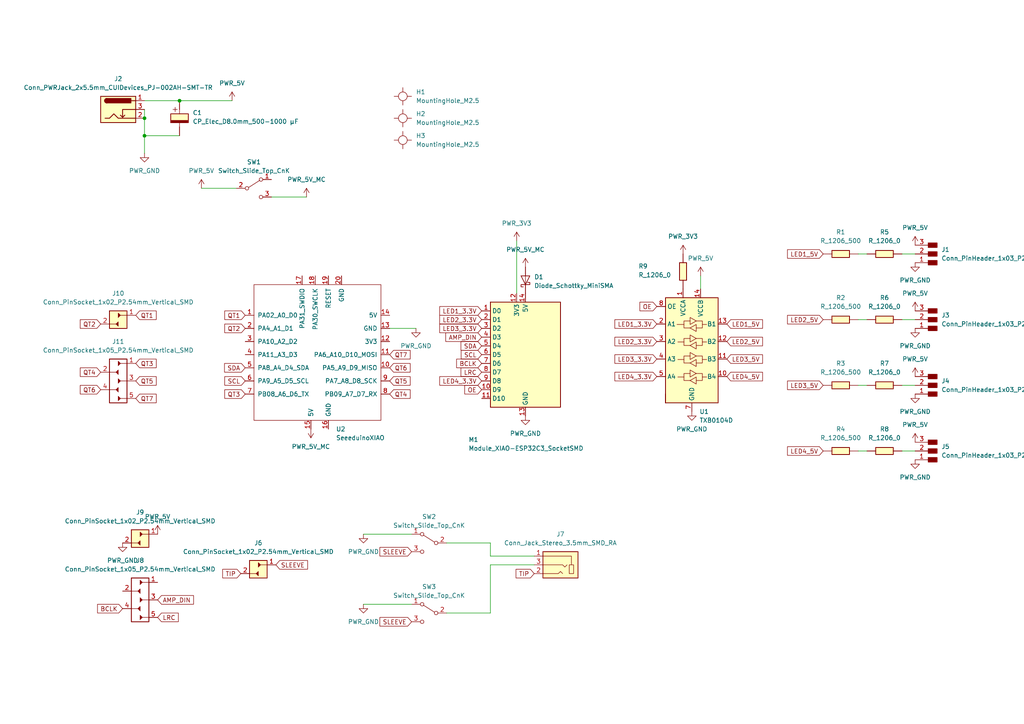
<source format=kicad_sch>
(kicad_sch (version 20231120) (generator "eeschema") (generator_version "8.0")
  (paper "A4")
  (lib_symbols
    (symbol "Logic_LevelTranslator:TXB0104D"
      (property "Reference" "U" (at -6.35 16.51 0))
      (property "Value" "TXB0104D" (at 3.81 16.51 0))
      (symbol "TXB0104D_0_1"
        (rectangle (start -7.62 -15.24) (end -7.62 -12.7) (stroke (width 0.254)))
        (rectangle (start -7.62 15.24) (end 7.62 -15.24) (stroke (width 0.254)) (fill (type background)))
        (polyline (pts (xy -2.286 -7.747) (xy -2.286 -6.731) (xy -0.508 -6.731)))
        (polyline (pts (xy -2.286 -2.667) (xy -2.286 -1.651) (xy -0.508 -1.651)))
        (polyline (pts (xy -2.286 2.413) (xy -2.286 3.429) (xy -0.508 3.429)))
        (polyline (pts (xy -2.286 7.493) (xy -2.286 8.509) (xy -0.508 8.509)))
        (polyline (pts (xy 3.048 -7.747) (xy 3.048 -8.763) (xy 1.27 -8.763)))
        (polyline (pts (xy 3.048 -2.667) (xy 3.048 -3.683) (xy 1.27 -3.683)))
        (polyline (pts (xy 3.048 2.413) (xy 3.048 1.397) (xy 1.27 1.397)))
        (polyline (pts (xy 3.048 7.493) (xy 3.048 6.477) (xy 1.27 6.477)))
        (polyline (pts (xy -0.508 -8.763) (xy -2.286 -8.763) (xy -2.286 -7.747) (xy -4.064 -7.747)))
        (polyline (pts (xy -0.508 -8.763) (xy 1.27 -7.747) (xy 1.27 -9.779) (xy -0.508 -8.763)))
        (polyline (pts (xy -0.508 -3.683) (xy -2.286 -3.683) (xy -2.286 -2.667) (xy -4.064 -2.667)))
        (polyline (pts (xy -0.508 -3.683) (xy 1.27 -2.667) (xy 1.27 -4.699) (xy -0.508 -3.683)))
        (polyline (pts (xy -0.508 1.397) (xy -2.286 1.397) (xy -2.286 2.413) (xy -4.064 2.413)))
        (polyline (pts (xy -0.508 1.397) (xy 1.27 2.413) (xy 1.27 0.381) (xy -0.508 1.397)))
        (polyline (pts (xy -0.508 6.477) (xy -2.286 6.477) (xy -2.286 7.493) (xy -4.318 7.493)))
        (polyline (pts (xy -0.508 6.477) (xy 1.27 7.493) (xy 1.27 5.461) (xy -0.508 6.477)))
        (polyline (pts (xy 1.27 -6.731) (xy -0.508 -7.747) (xy -0.508 -5.715) (xy 1.27 -6.731)))
        (polyline (pts (xy 1.27 -6.731) (xy 3.048 -6.731) (xy 3.048 -7.747) (xy 4.318 -7.747)))
        (polyline (pts (xy 1.27 -1.651) (xy -0.508 -2.667) (xy -0.508 -0.635) (xy 1.27 -1.651)))
        (polyline (pts (xy 1.27 -1.651) (xy 3.048 -1.651) (xy 3.048 -2.667) (xy 4.318 -2.667)))
        (polyline (pts (xy 1.27 3.429) (xy -0.508 2.413) (xy -0.508 4.445) (xy 1.27 3.429)))
        (polyline (pts (xy 1.27 3.429) (xy 3.048 3.429) (xy 3.048 2.413) (xy 4.318 2.413)))
        (polyline (pts (xy 1.27 8.509) (xy -0.508 7.493) (xy -0.508 9.525) (xy 1.27 8.509)))
        (polyline (pts (xy 1.27 8.509) (xy 3.048 8.509) (xy 3.048 7.493) (xy 4.318 7.493)))
      )
      (symbol "TXB0104D_1_1"
        (pin power_in line (at -2.54 17.78 270) (length 2.54) (name "VCCA") (number "1"))
        (pin bidirectional line (at 10.16 -7.62 180) (length 2.54) (name "B4") (number "10"))
        (pin bidirectional line (at 10.16 -2.54 180) (length 2.54) (name "B3") (number "11"))
        (pin bidirectional line (at 10.16 2.54 180) (length 2.54) (name "B2") (number "12"))
        (pin bidirectional line (at 10.16 7.62 180) (length 2.54) (name "B1") (number "13"))
        (pin power_in line (at 2.54 17.78 270) (length 2.54) (name "VCCB") (number "14"))
        (pin bidirectional line (at -10.16 7.62 0) (length 2.54) (name "A1") (number "2"))
        (pin bidirectional line (at -10.16 2.54 0) (length 2.54) (name "A2") (number "3"))
        (pin bidirectional line (at -10.16 -2.54 0) (length 2.54) (name "A3") (number "4"))
        (pin bidirectional line (at -10.16 -7.62 0) (length 2.54) (name "A4") (number "5"))
        (pin no_connect line (at -7.62 -12.7 0) (length 2.54) hide (name "NC") (number "6"))
        (pin power_in line (at 0 -17.78 90) (length 2.54) (name "GND") (number "7"))
        (pin input line (at -10.16 12.7 0) (length 2.54) (name "OE") (number "8"))
        (pin no_connect line (at 7.62 -12.7 180) (length 2.54) hide (name "NC") (number "9"))
      )
    )
    (symbol "Seeeduino XIAO:SeeeduinoXIAO" (pin_names (offset 1.016))
      (property "Reference" "U" (at -19.05 22.86 0))
      (property "Value" "SeeeduinoXIAO" (at -12.7 21.59 0))
      (symbol "SeeeduinoXIAO_0_1"
        (rectangle (start -19.05 20.32) (end 17.78 -19.05))
      )
      (symbol "SeeeduinoXIAO_1_1"
        (pin unspecified line (at -21.59 11.43 0) (length 2.54) (name "PA02_A0_D0") (number "1"))
        (pin unspecified line (at 20.32 -3.81 180) (length 2.54) (name "PA5_A9_D9_MISO") (number "10"))
        (pin unspecified line (at 20.32 0 180) (length 2.54) (name "PA6_A10_D10_MOSI") (number "11"))
        (pin unspecified line (at 20.32 3.81 180) (length 2.54) (name "3V3") (number "12"))
        (pin unspecified line (at 20.32 7.62 180) (length 2.54) (name "GND") (number "13"))
        (pin unspecified line (at 20.32 11.43 180) (length 2.54) (name "5V") (number "14"))
        (pin input line (at -2.54 -21.59 90) (length 2.54) (name "5V") (number "15"))
        (pin input line (at 2.54 -21.59 90) (length 2.54) (name "GND") (number "16"))
        (pin input line (at -5.08 22.86 270) (length 2.54) (name "PA31_SWDIO") (number "17"))
        (pin input line (at -1.27 22.86 270) (length 2.54) (name "PA30_SWCLK") (number "18"))
        (pin input line (at 2.54 22.86 270) (length 2.54) (name "RESET") (number "19"))
        (pin unspecified line (at -21.59 7.62 0) (length 2.54) (name "PA4_A1_D1") (number "2"))
        (pin input line (at 6.35 22.86 270) (length 2.54) (name "GND") (number "20"))
        (pin unspecified line (at -21.59 3.81 0) (length 2.54) (name "PA10_A2_D2") (number "3"))
        (pin unspecified line (at -21.59 0 0) (length 2.54) (name "PA11_A3_D3") (number "4"))
        (pin unspecified line (at -21.59 -3.81 0) (length 2.54) (name "PA8_A4_D4_SDA") (number "5"))
        (pin unspecified line (at -21.59 -7.62 0) (length 2.54) (name "PA9_A5_D5_SCL") (number "6"))
        (pin unspecified line (at -21.59 -11.43 0) (length 2.54) (name "PB08_A6_D6_TX") (number "7"))
        (pin unspecified line (at 20.32 -11.43 180) (length 2.54) (name "PB09_A7_D7_RX") (number "8"))
        (pin unspecified line (at 20.32 -7.62 180) (length 2.54) (name "PA7_A8_D8_SCK") (number "9"))
      )
    )
    (symbol "fab:CP_Elec_D8.0mm" (pin_numbers hide)
      (property "Reference" "C" (at 1.27 2.54 0))
      (property "Value" "CP_Elec_D8.0mm" (at 1.27 -2.54 0))
      (symbol "CP_Elec_D8.0mm_0_1"
        (rectangle (start -2.54 -0.635) (end 2.54 -1.27) (fill (type outline)))
        (polyline (pts (xy -1.27 1.905) (xy -1.27 3.175)))
        (polyline (pts (xy -0.635 2.54) (xy -1.905 2.54)))
        (polyline (pts (xy 0 -1.27) (xy 0 -2.54)))
        (polyline (pts (xy 0 2.54) (xy 0 1.27)))
        (polyline (pts (xy -2.54 -1.27) (xy -2.54 1.27) (xy 2.54 1.27) (xy 2.54 -1.27) (xy -2.54 -1.27)) (stroke (width 0.254)) (fill (type background)))
      )
      (symbol "CP_Elec_D8.0mm_1_1"
        (pin passive line (at 0 5.08 270) (length 2.54) (name "~") (number "1"))
        (pin passive line (at 0 -5.08 90) (length 2.54) (name "~") (number "2"))
      )
    )
    (symbol "fab:Conn_Jack_Stereo_3.5mm_SMD_RA"
      (property "Reference" "J" (at 0 0 0))
      (property "Value" "Conn_Jack_Stereo_3.5mm_SMD_RA" (at 0 0 0))
      (symbol "Conn_Jack_Stereo_3.5mm_SMD_RA_0_1"
        (rectangle (start -5.08 3.81) (end 5.08 -3.81) (stroke (width 0.254)) (fill (type background)))
        (polyline (pts (xy 5.08 -2.54) (xy 0.635 -2.54) (xy 0 -1.905) (xy -0.635 -2.54)))
        (polyline (pts (xy 5.08 0) (xy -0.635 0) (xy -1.27 -0.635) (xy -1.905 0)))
        (polyline (pts (xy 5.08 2.54) (xy -3.175 2.54) (xy -3.175 0) (xy -3.81 0) (xy -3.81 -2.54) (xy -2.54 -2.54) (xy -2.54 0) (xy -3.175 0)))
      )
      (symbol "Conn_Jack_Stereo_3.5mm_SMD_RA_1_1"
        (pin passive line (at 7.62 2.54 180) (length 2.54) (name "") (number "1"))
        (pin passive line (at 7.62 -2.54 180) (length 2.54) (name "") (number "2"))
        (pin passive line (at 7.62 0 180) (length 2.54) (name "") (number "3"))
      )
    )
    (symbol "fab:Conn_PWRJack_2x5.5mm_CUIDevices_PJ-002AH-SMT-TR" (pin_names hide)
      (property "Reference" "J" (at 0 5.334 0))
      (property "Value" "Conn_PWRJack_2x5.5mm_CUIDevices_PJ-002AH-SMT-TR" (at 0 -5.08 0))
      (symbol "Conn_PWRJack_2x5.5mm_CUIDevices_PJ-002AH-SMT-TR_0_1"
        (rectangle (start -5.08 3.81) (end 5.08 -3.81) (stroke (width 0.254)) (fill (type background)))
        (arc (start -3.302 3.175) (mid -3.9343 2.54) (end -3.302 1.905) (stroke (width 0.254)))
        (arc (start -3.302 3.175) (mid -3.9343 2.54) (end -3.302 1.905) (stroke (width 0.254)) (fill (type outline)))
        (polyline (pts (xy 1.27 -2.286) (xy 1.905 -1.651)) (stroke (width 0.254)))
        (polyline (pts (xy 5.08 2.54) (xy 3.81 2.54)) (stroke (width 0.254)))
        (polyline (pts (xy 5.08 0) (xy 1.27 0) (xy 1.27 -2.286) (xy 0.635 -1.651)) (stroke (width 0.254)))
        (polyline (pts (xy -3.81 -2.54) (xy -2.54 -2.54) (xy -1.27 -1.27) (xy 0 -2.54) (xy 2.54 -2.54) (xy 5.08 -2.54)) (stroke (width 0.254)))
        (rectangle (start 3.683 3.175) (end -3.302 1.905) (stroke (width 0.254)) (fill (type outline)))
      )
      (symbol "Conn_PWRJack_2x5.5mm_CUIDevices_PJ-002AH-SMT-TR_1_1"
        (pin passive line (at 7.62 2.54 180) (length 2.54) (name "~") (number "1"))
        (pin passive line (at 7.62 -2.54 180) (length 2.54) (name "~") (number "2"))
        (pin passive line (at 7.62 0 180) (length 2.54) (name "~") (number "3"))
      )
    )
    (symbol "fab:Conn_PinHeader_1x03_P2.54mm_Horizontal_SMD" (pin_names hide)
      (property "Reference" "J" (at 0 5.08 0))
      (property "Value" "Conn_PinHeader_1x03_P2.54mm_Horizontal_SMD" (at 0 -5.08 0))
      (symbol "Conn_PinHeader_1x03_P2.54mm_Horizontal_SMD_1_1"
        (rectangle (start -1.27 -1.905) (end 1.27 -3.175) (stroke (width 0.254)) (fill (type outline)))
        (rectangle (start -1.27 0.635) (end 1.27 -0.635) (stroke (width 0.254)) (fill (type outline)))
        (rectangle (start -1.27 3.175) (end 1.27 1.905) (stroke (width 0.254)) (fill (type outline)))
        (pin passive line (at 5.08 2.54 180) (length 3.81) (name "Pin_1") (number "1"))
        (pin passive line (at 5.08 0 180) (length 3.81) (name "Pin_2") (number "2"))
        (pin passive line (at 5.08 -2.54 180) (length 3.81) (name "Pin_3") (number "3"))
      )
    )
    (symbol "fab:Conn_PinSocket_1x02_P2.54mm_Vertical_SMD" (pin_names hide)
      (property "Reference" "J" (at 0 3.81 0))
      (property "Value" "Conn_PinSocket_1x02_P2.54mm_Vertical_SMD" (at 0 -3.81 0))
      (symbol "Conn_PinSocket_1x02_P2.54mm_Vertical_SMD_0_0"
        (rectangle (start -2.54 2.54) (end 2.54 -2.54) (stroke (width 0.254)) (fill (type background)))
        (polyline (pts (xy 0 -1.27) (xy -2.54 -1.27)))
        (polyline (pts (xy 2.54 1.27) (xy 0 1.27)))
        (polyline (pts (xy 0 -1.905) (xy -0.635 -1.27) (xy 0 -0.635) (xy 0 -1.905)) (fill (type outline)))
        (polyline (pts (xy 0 0.635) (xy 0.635 1.27) (xy 0 1.905) (xy 0 0.635)) (fill (type outline)))
      )
      (symbol "Conn_PinSocket_1x02_P2.54mm_Vertical_SMD_1_1"
        (pin passive line (at 5.08 1.27 180) (length 2.54) (name "Pin_1") (number "1"))
        (pin passive line (at -5.08 -1.27 0) (length 2.54) (name "Pin_2") (number "2"))
      )
    )
    (symbol "fab:Conn_PinSocket_1x05_P2.54mm_Vertical_SMD" (pin_names hide)
      (property "Reference" "J" (at 0 7.62 0))
      (property "Value" "Conn_PinSocket_1x05_P2.54mm_Vertical_SMD" (at 0 -7.62 0))
      (symbol "Conn_PinSocket_1x05_P2.54mm_Vertical_SMD_0_0"
        (polyline (pts (xy 0 -2.54) (xy -2.54 -2.54)))
        (polyline (pts (xy 0 2.54) (xy -2.54 2.54)))
        (polyline (pts (xy 2.54 -5.08) (xy 0 -5.08)))
        (polyline (pts (xy 2.54 0) (xy 0 0)))
        (polyline (pts (xy 2.54 5.08) (xy 0 5.08)))
        (polyline (pts (xy 0 -5.715) (xy 0.635 -5.08) (xy 0 -4.445) (xy 0 -5.715)) (fill (type outline)))
        (polyline (pts (xy 0 -3.175) (xy -0.635 -2.54) (xy 0 -1.905) (xy 0 -3.175)) (fill (type outline)))
        (polyline (pts (xy 0 -0.635) (xy 0.635 0) (xy 0 0.635) (xy 0 -0.635)) (fill (type outline)))
        (polyline (pts (xy 0 1.905) (xy -0.635 2.54) (xy 0 3.175) (xy 0 1.905)) (fill (type outline)))
        (polyline (pts (xy 0 4.445) (xy 0.635 5.08) (xy 0 5.715) (xy 0 4.445)) (fill (type outline)))
      )
      (symbol "Conn_PinSocket_1x05_P2.54mm_Vertical_SMD_1_0"
        (rectangle (start -2.54 6.35) (end 2.54 -6.35) (stroke (width 0.254)))
      )
      (symbol "Conn_PinSocket_1x05_P2.54mm_Vertical_SMD_1_1"
        (pin passive line (at 5.08 5.08 180) (length 2.54) (name "Pin_1") (number "1"))
        (pin passive line (at -5.08 2.54 0) (length 2.54) (name "Pin_2") (number "2"))
        (pin passive line (at 5.08 0 180) (length 2.54) (name "Pin_1") (number "3"))
        (pin passive line (at -5.08 -2.54 0) (length 2.54) (name "Pin_2") (number "4"))
        (pin passive line (at 5.08 -5.08 180) (length 2.54) (name "Pin_1") (number "5"))
      )
    )
    (symbol "fab:Diode_Schottky_MiniSMA" (pin_numbers hide) (pin_names (offset 1.016) hide)
      (property "Reference" "D" (at 0 2.54 0))
      (property "Value" "Diode_Schottky_MiniSMA" (at 0 -2.54 0))
      (symbol "Diode_Schottky_MiniSMA_0_1"
        (polyline (pts (xy 1.27 0) (xy -1.27 0)))
        (polyline (pts (xy 1.27 1.27) (xy 1.27 -1.27) (xy -1.27 0) (xy 1.27 1.27)) (stroke (width 0.2032)))
        (polyline (pts (xy -1.905 0.635) (xy -1.905 1.27) (xy -1.27 1.27) (xy -1.27 -1.27) (xy -0.635 -1.27) (xy -0.635 -0.635)) (stroke (width 0.2032)))
      )
      (symbol "Diode_Schottky_MiniSMA_1_1"
        (pin passive line (at -3.81 0 0) (length 2.54) (name "K") (number "1"))
        (pin passive line (at 3.81 0 180) (length 2.54) (name "A") (number "2"))
      )
    )
    (symbol "fab:Module_XIAO-ESP32C3_SocketSMD"
      (property "Reference" "M" (at -10.16 16.51 0))
      (property "Value" "Module_XIAO-ESP32C3_SocketSMD" (at 1.27 16.51 0))
      (symbol "Module_XIAO-ESP32C3_SocketSMD_1_1"
        (rectangle (start -10.16 15.24) (end 10.16 -15.24) (stroke (width 0.254)) (fill (type background)))
        (pin bidirectional line (at -12.7 12.7 0) (length 2.54) (name "D0") (number "1"))
        (pin bidirectional line (at -12.7 -10.16 0) (length 2.54) (name "D9") (number "10"))
        (pin bidirectional line (at -12.7 -12.7 0) (length 2.54) (name "D10") (number "11"))
        (pin power_in line (at -2.54 17.78 270) (length 2.54) (name "3V3") (number "12"))
        (pin power_in line (at 0 -17.78 90) (length 2.54) (name "GND") (number "13"))
        (pin power_in line (at 0 17.78 270) (length 2.54) (name "5V") (number "14"))
        (pin bidirectional line (at -12.7 10.16 0) (length 2.54) (name "D1") (number "2"))
        (pin bidirectional line (at -12.7 7.62 0) (length 2.54) (name "D2") (number "3"))
        (pin bidirectional line (at -12.7 5.08 0) (length 2.54) (name "D3") (number "4"))
        (pin bidirectional line (at -12.7 2.54 0) (length 2.54) (name "D4") (number "5"))
        (pin bidirectional line (at -12.7 0 0) (length 2.54) (name "D5") (number "6"))
        (pin bidirectional line (at -12.7 -2.54 0) (length 2.54) (name "D6") (number "7"))
        (pin bidirectional line (at -12.7 -5.08 0) (length 2.54) (name "D7") (number "8"))
        (pin bidirectional line (at -12.7 -7.62 0) (length 2.54) (name "D8") (number "9"))
      )
    )
    (symbol "fab:MountingHole_M2.5" (pin_numbers hide) (pin_names (offset 0) hide)
      (property "Reference" "H" (at 0 3.556 0))
      (property "Value" "MountingHole_M2.5" (at 0 -3.556 0))
      (symbol "MountingHole_M2.5_0_1"
        (polyline (pts (xy -2.54 0) (xy -1.27 0)))
        (polyline (pts (xy 0 -1.27) (xy 0 -2.54)))
        (polyline (pts (xy 0 2.54) (xy 0 1.27)))
        (polyline (pts (xy 1.27 0) (xy 2.54 0)))
        (circle (center 0 0) (radius 1.27))
      )
    )
    (symbol "fab:PWR_3V3" (power) (pin_names (offset 0))
      (property "Value" "PWR_3V3" (at 0 3.556 0))
      (symbol "PWR_3V3_0_1"
        (polyline (pts (xy -0.762 1.27) (xy 0 2.54)))
        (polyline (pts (xy 0 0) (xy 0 2.54)))
        (polyline (pts (xy 0 2.54) (xy 0.762 1.27)))
      )
      (symbol "PWR_3V3_1_1"
        (pin power_in line (at 0 0 90) (length 0) hide (name "PWR_3V3") (number "1"))
      )
    )
    (symbol "fab:PWR_5V" (power) (pin_names (offset 0))
      (property "Value" "PWR_5V" (at 0 3.556 0))
      (symbol "PWR_5V_0_1"
        (polyline (pts (xy -0.762 1.27) (xy 0 2.54)))
        (polyline (pts (xy 0 0) (xy 0 2.54)))
        (polyline (pts (xy 0 2.54) (xy 0.762 1.27)))
      )
      (symbol "PWR_5V_1_1"
        (pin power_in line (at 0 0 90) (length 0) hide (name "PWR_5V") (number "1"))
      )
    )
    (symbol "fab:PWR_GND" (power) (pin_names (offset 0))
      (property "Value" "PWR_GND" (at 0 -3.81 0))
      (symbol "PWR_GND_0_1"
        (polyline (pts (xy 0 0) (xy 0 -1.27) (xy 1.27 -1.27) (xy 0 -2.54) (xy -1.27 -1.27) (xy 0 -1.27)))
      )
      (symbol "PWR_GND_1_1"
        (pin power_in line (at 0 0 270) (length 0) hide (name "PWR_GND") (number "1"))
      )
    )
    (symbol "fab:R_1206" (pin_numbers hide) (pin_names (offset 0))
      (property "Reference" "R" (at 2.54 0 90))
      (property "Value" "R_1206" (at -2.54 0 90))
      (symbol "R_1206_0_1"
        (rectangle (start -1.016 -2.54) (end 1.016 2.54) (stroke (width 0.254)) (fill (type background)))
      )
      (symbol "R_1206_1_1"
        (pin passive line (at 0 5.08 270) (length 2.54) (name "~") (number "1"))
        (pin passive line (at 0 -5.08 90) (length 2.54) (name "~") (number "2"))
      )
    )
    (symbol "fab:Switch_Slide_Top_CnK" (pin_names (offset 0) hide)
      (property "Reference" "SW" (at 0 4.318 0))
      (property "Value" "Switch_Slide_Top_CnK" (at 0 -5.08 0))
      (symbol "Switch_Slide_Top_CnK_0_0"
        (circle (center -2.032 0) (radius 0.508))
        (circle (center 2.032 -2.54) (radius 0.508))
      )
      (symbol "Switch_Slide_Top_CnK_0_1"
        (polyline (pts (xy -1.524 0.254) (xy 1.651 2.286)))
        (circle (center 2.032 2.54) (radius 0.508))
      )
      (symbol "Switch_Slide_Top_CnK_1_1"
        (pin passive line (at 5.08 2.54 180) (length 2.54) (name "A") (number "1"))
        (pin passive line (at -5.08 0 0) (length 2.54) (name "B") (number "2"))
        (pin passive line (at 5.08 -2.54 180) (length 2.54) (name "C") (number "3"))
      )
    )
  )
  (junction (at 41.91 39.37))
  (junction (at 41.91 34.29))
  (junction (at 52.07 29.21))
  (wire (pts (xy 142.24 177.8) (xy 142.24 163.83)))
  (wire (pts (xy 105.41 175.26) (xy 119.38 175.26)))
  (wire (pts (xy 41.91 39.37) (xy 41.91 44.45)))
  (wire (pts (xy 41.91 34.29) (xy 41.91 39.37)))
  (wire (pts (xy 142.24 177.8) (xy 129.54 177.8)))
  (wire (pts (xy 261.62 73.66) (xy 265.43 73.66)))
  (wire (pts (xy 142.24 157.48) (xy 142.24 161.29)))
  (wire (pts (xy 142.24 157.48) (xy 129.54 157.48)))
  (wire (pts (xy 261.62 92.71) (xy 265.43 92.71)))
  (wire (pts (xy 203.2 80.01) (xy 203.2 83.82)))
  (wire (pts (xy 261.62 111.76) (xy 265.43 111.76)))
  (wire (pts (xy 41.91 39.37) (xy 52.07 39.37)))
  (wire (pts (xy 149.86 69.85) (xy 149.86 85.09)))
  (wire (pts (xy 261.62 130.81) (xy 265.43 130.81)))
  (wire (pts (xy 248.92 111.76) (xy 251.46 111.76)))
  (wire (pts (xy 58.42 54.61) (xy 68.58 54.61)))
  (wire (pts (xy 248.92 130.81) (xy 251.46 130.81)))
  (wire (pts (xy 41.91 31.75) (xy 41.91 34.29)))
  (wire (pts (xy 113.03 95.25) (xy 120.65 95.25)))
  (wire (pts (xy 142.24 163.83) (xy 154.94 163.83)))
  (wire (pts (xy 105.41 154.94) (xy 119.38 154.94)))
  (wire (pts (xy 88.9 57.15) (xy 78.74 57.15)))
  (wire (pts (xy 248.92 73.66) (xy 251.46 73.66)))
  (wire (pts (xy 142.24 161.29) (xy 154.94 161.29)))
  (wire (pts (xy 52.07 29.21) (xy 67.31 29.21)))
  (wire (pts (xy 248.92 92.71) (xy 251.46 92.71)))
  (wire (pts (xy 41.91 29.21) (xy 52.07 29.21)))
  (global_label "QT4" (shape input) (at 113.03 114.3 0) (property "Intersheetrefs" "${INTERSHEET_REFS}" (effects (hide yes))))
  (global_label "LED4_5V" (shape input) (at 238.76 130.81 180) (property "Intersheetrefs" "${INTERSHEET_REFS}" (effects (hide yes))))
  (global_label "LED1_3.3V" (shape input) (at 190.5 93.98 180) (property "Intersheetrefs" "${INTERSHEET_REFS}" (effects (hide yes))))
  (global_label "LED1_5V" (shape input) (at 210.82 93.98 0) (property "Intersheetrefs" "${INTERSHEET_REFS}" (effects (hide yes))))
  (global_label "AMP_DIN" (shape input) (at 139.7 97.79 180) (property "Intersheetrefs" "${INTERSHEET_REFS}" (effects (hide yes))))
  (global_label "LED2_5V" (shape input) (at 238.76 92.71 180) (property "Intersheetrefs" "${INTERSHEET_REFS}" (effects (hide yes))))
  (global_label "LED2_3.3V" (shape input) (at 139.7 92.71 180) (property "Intersheetrefs" "${INTERSHEET_REFS}" (effects (hide yes))))
  (global_label "QT3" (shape input) (at 71.12 114.3 180) (property "Intersheetrefs" "${INTERSHEET_REFS}" (effects (hide yes))))
  (global_label "QT2" (shape input) (at 71.12 95.25 180) (property "Intersheetrefs" "${INTERSHEET_REFS}" (effects (hide yes))))
  (global_label "QT5" (shape input) (at 39.37 110.49 0) (property "Intersheetrefs" "${INTERSHEET_REFS}" (effects (hide yes))))
  (global_label "LED1_5V" (shape input) (at 238.76 73.66 180) (property "Intersheetrefs" "${INTERSHEET_REFS}" (effects (hide yes))))
  (global_label "QT6" (shape input) (at 29.21 113.03 180) (property "Intersheetrefs" "${INTERSHEET_REFS}" (effects (hide yes))))
  (global_label "OE" (shape input) (at 139.7 113.03 180) (property "Intersheetrefs" "${INTERSHEET_REFS}" (effects (hide yes))))
  (global_label "OE" (shape input) (at 190.5 88.9 180) (property "Intersheetrefs" "${INTERSHEET_REFS}" (effects (hide yes))))
  (global_label "SLEEVE" (shape input) (at 119.38 160.02 180) (property "Intersheetrefs" "${INTERSHEET_REFS}" (effects (hide yes))))
  (global_label "SDA" (shape input) (at 139.7 100.33 180) (property "Intersheetrefs" "${INTERSHEET_REFS}" (effects (hide yes))))
  (global_label "AMP_DIN" (shape input) (at 45.72 173.99 0) (property "Intersheetrefs" "${INTERSHEET_REFS}" (effects (hide yes))))
  (global_label "QT4" (shape input) (at 29.21 107.95 180) (property "Intersheetrefs" "${INTERSHEET_REFS}" (effects (hide yes))))
  (global_label "LED1_3.3V" (shape input) (at 139.7 90.17 180) (property "Intersheetrefs" "${INTERSHEET_REFS}" (effects (hide yes))))
  (global_label "LED2_5V" (shape input) (at 210.82 99.06 0) (property "Intersheetrefs" "${INTERSHEET_REFS}" (effects (hide yes))))
  (global_label "TIP" (shape input) (at 154.94 166.37 180) (property "Intersheetrefs" "${INTERSHEET_REFS}" (effects (hide yes))))
  (global_label "LED2_3.3V" (shape input) (at 190.5 99.06 180) (property "Intersheetrefs" "${INTERSHEET_REFS}" (effects (hide yes))))
  (global_label "LRC" (shape input) (at 139.7 107.95 180) (property "Intersheetrefs" "${INTERSHEET_REFS}" (effects (hide yes))))
  (global_label "SLEEVE" (shape input) (at 119.38 180.34 180) (property "Intersheetrefs" "${INTERSHEET_REFS}" (effects (hide yes))))
  (global_label "QT2" (shape input) (at 29.21 93.98 180) (property "Intersheetrefs" "${INTERSHEET_REFS}" (effects (hide yes))))
  (global_label "LED4_3.3V" (shape input) (at 139.7 110.49 180) (property "Intersheetrefs" "${INTERSHEET_REFS}" (effects (hide yes))))
  (global_label "QT7" (shape input) (at 113.03 102.87 0) (property "Intersheetrefs" "${INTERSHEET_REFS}" (effects (hide yes))))
  (global_label "LED3_3.3V" (shape input) (at 190.5 104.14 180) (property "Intersheetrefs" "${INTERSHEET_REFS}" (effects (hide yes))))
  (global_label "LED4_5V" (shape input) (at 210.82 109.22 0) (property "Intersheetrefs" "${INTERSHEET_REFS}" (effects (hide yes))))
  (global_label "SCL" (shape input) (at 139.7 102.87 180) (property "Intersheetrefs" "${INTERSHEET_REFS}" (effects (hide yes))))
  (global_label "SLEEVE" (shape input) (at 80.01 163.83 0) (property "Intersheetrefs" "${INTERSHEET_REFS}" (effects (hide yes))))
  (global_label "LED3_5V" (shape input) (at 210.82 104.14 0) (property "Intersheetrefs" "${INTERSHEET_REFS}" (effects (hide yes))))
  (global_label "LED3_5V" (shape input) (at 238.76 111.76 180) (property "Intersheetrefs" "${INTERSHEET_REFS}" (effects (hide yes))))
  (global_label "LED4_3.3V" (shape input) (at 190.5 109.22 180) (property "Intersheetrefs" "${INTERSHEET_REFS}" (effects (hide yes))))
  (global_label "LED3_3.3V" (shape input) (at 139.7 95.25 180) (property "Intersheetrefs" "${INTERSHEET_REFS}" (effects (hide yes))))
  (global_label "QT1" (shape input) (at 39.37 91.44 0) (property "Intersheetrefs" "${INTERSHEET_REFS}" (effects (hide yes))))
  (global_label "LRC" (shape input) (at 45.72 179.07 0) (property "Intersheetrefs" "${INTERSHEET_REFS}" (effects (hide yes))))
  (global_label "BCLK" (shape input) (at 35.56 176.53 180) (property "Intersheetrefs" "${INTERSHEET_REFS}" (effects (hide yes))))
  (global_label "QT5" (shape input) (at 113.03 110.49 0) (property "Intersheetrefs" "${INTERSHEET_REFS}" (effects (hide yes))))
  (global_label "QT3" (shape input) (at 39.37 105.41 0) (property "Intersheetrefs" "${INTERSHEET_REFS}" (effects (hide yes))))
  (global_label "QT6" (shape input) (at 113.03 106.68 0) (property "Intersheetrefs" "${INTERSHEET_REFS}" (effects (hide yes))))
  (global_label "QT1" (shape input) (at 71.12 91.44 180) (property "Intersheetrefs" "${INTERSHEET_REFS}" (effects (hide yes))))
  (global_label "TIP" (shape input) (at 69.85 166.37 180) (property "Intersheetrefs" "${INTERSHEET_REFS}" (effects (hide yes))))
  (global_label "SCL" (shape input) (at 71.12 110.49 180) (property "Intersheetrefs" "${INTERSHEET_REFS}" (effects (hide yes))))
  (global_label "SDA" (shape input) (at 71.12 106.68 180) (property "Intersheetrefs" "${INTERSHEET_REFS}" (effects (hide yes))))
  (global_label "BCLK" (shape input) (at 139.7 105.41 180) (property "Intersheetrefs" "${INTERSHEET_REFS}" (effects (hide yes))))
  (global_label "QT7" (shape input) (at 39.37 115.57 0) (property "Intersheetrefs" "${INTERSHEET_REFS}" (effects (hide yes))))
  (symbol (lib_id "fab:R_1206") (at 256.54 130.81 90) (unit 1)
    (property "Reference" "R8" (at 256.54 124.46 90))
    (property "Value" "R_1206_0" (at 256.54 127 90))
    (property "Footprint" "fab:R_1206" (effects (hide yes)))
    (property "Description" "Resistor" (effects (hide yes)))
  )
  (symbol (lib_id "fab:Conn_PinHeader_1x03_P2.54mm_Horizontal_SMD") (at 270.51 73.66 180) (unit 1)
    (property "Reference" "J1" (at 273.05 72.3899 0) (effects (justify right)))
    (property "Value" "Conn_PinHeader_1x03_P2.54mm_Horizontal_SMD" (at 273.05 74.9299 0) (effects (justify right)))
    (property "Footprint" "fab:PinHeader_1x03_P2.54mm_Horizontal_SMD" (effects (hide yes)))
    (property "Description" "Male connector, single row" (effects (hide yes)))
  )
  (symbol (lib_id "fab:Conn_PinHeader_1x03_P2.54mm_Horizontal_SMD") (at 270.51 111.76 180) (unit 1)
    (property "Reference" "J4" (at 273.05 110.4899 0) (effects (justify right)))
    (property "Value" "Conn_PinHeader_1x03_P2.54mm_Horizontal_SMD" (at 273.05 113.0299 0) (effects (justify right)))
    (property "Footprint" "fab:PinHeader_1x03_P2.54mm_Horizontal_SMD" (effects (hide yes)))
    (property "Description" "Male connector, single row" (effects (hide yes)))
  )
  (symbol (lib_id "fab:Diode_Schottky_MiniSMA") (at 152.4 81.28 90) (unit 1)
    (property "Reference" "D1" (at 154.94 80.3274 90) (effects (justify right)))
    (property "Value" "Diode_Schottky_MiniSMA" (at 154.94 82.8674 90) (effects (justify right)))
    (property "Footprint" "fab:SOD-123T" (effects (hide yes)))
    (property "Datasheet" "https://www.st.com/content/ccc/resource/technical/document/datasheet/c6/32/d4/4a/28/d3/4b/11/CD00004930.pdf/files/CD00004930.pdf/jcr:content/translations/en.CD00004930.pdf" (effects (hide yes)))
    (property "Description" "Schottky diode" (effects (hide yes)))
  )
  (symbol (lib_id "fab:PWR_GND") (at 265.43 133.35 0) (unit 1)
    (property "Reference" "#PWR020" (effects (hide yes)))
    (property "Value" "PWR_GND" (at 265.43 138.43 0))
    (property "Description" "Power symbol creates a global label with name \"GND\" , ground" (effects (hide yes)))
  )
  (symbol (lib_id "fab:R_1206") (at 256.54 73.66 90) (unit 1)
    (property "Reference" "R5" (at 256.54 67.31 90))
    (property "Value" "R_1206_0" (at 256.54 69.85 90))
    (property "Footprint" "fab:R_1206" (effects (hide yes)))
    (property "Description" "Resistor" (effects (hide yes)))
  )
  (symbol (lib_id "fab:PWR_GND") (at 35.56 157.48 0) (unit 1)
    (property "Reference" "#PWR023" (effects (hide yes)))
    (property "Value" "PWR_GND" (at 35.56 162.56 0))
    (property "Description" "Power symbol creates a global label with name \"GND\" , ground" (effects (hide yes)))
  )
  (symbol (lib_id "Seeeduino XIAO:SeeeduinoXIAO") (at 92.71 102.87 0) (unit 1)
    (property "Reference" "U2" (at 97.4441 124.46 0) (effects (justify left)))
    (property "Value" "SeeeduinoXIAO" (at 97.4441 127 0) (effects (justify left)))
    (property "Footprint" "fab:SeeedStudio_XIAO_SocketSMD" (effects (hide yes)))
  )
  (symbol (lib_id "fab:PWR_5V") (at 88.9 57.15 0) (unit 1)
    (property "Reference" "#PWR08" (effects (hide yes)))
    (property "Value" "PWR_5V_MC" (at 88.9 52.07 0))
    (property "Description" "Power symbol creates a global label with name \"+5V\"" (effects (hide yes)))
  )
  (symbol (lib_id "fab:CP_Elec_D8.0mm") (at 52.07 34.29 0) (unit 1)
    (property "Reference" "C1" (at 55.88 32.7024 0) (effects (justify left)))
    (property "Value" "CP_Elec_D8.0mm_500-1000 µF" (at 55.88 35.2424 0) (effects (justify left)))
    (property "Footprint" "fab:CP_Elec_D8.0mm" (effects (hide yes)))
    (property "Datasheet" "https://na.industrial.panasonic.com/file-download/19641" (effects (hide yes)))
    (property "Description" "Polarized capacitor, SMD, radial" (effects (hide yes)))
  )
  (symbol (lib_id "fab:R_1206") (at 243.84 92.71 90) (unit 1)
    (property "Reference" "R2" (at 243.84 86.36 90))
    (property "Value" "R_1206_500" (at 243.84 88.9 90))
    (property "Footprint" "fab:R_1206" (effects (hide yes)))
    (property "Description" "Resistor" (effects (hide yes)))
  )
  (symbol (lib_id "Logic_LevelTranslator:TXB0104D") (at 200.66 101.6 0) (unit 1)
    (property "Reference" "U1" (at 202.8541 119.38 0) (effects (justify left)))
    (property "Value" "TXB0104D" (at 202.8541 121.92 0) (effects (justify left)))
    (property "Footprint" "Package_SO:SOIC-14_3.9x8.7mm_P1.27mm" (effects (hide yes)))
    (property "Datasheet" "http://www.ti.com/lit/ds/symlink/txb0104.pdf" (effects (hide yes)))
    (property "Description" "4-Bit Bidirectional Voltage-Level Translator, Auto Direction Sensing and ±15-kV ESD Protection, 1.2 - 3.6V APort, 1.65 - 5.5V BPort, SOIC-14" (effects (hide yes)))
  )
  (symbol (lib_id "fab:Conn_PinSocket_1x02_P2.54mm_Vertical_SMD") (at 74.93 165.1 0) (unit 1)
    (property "Reference" "J6" (at 74.93 157.48 0))
    (property "Value" "Conn_PinSocket_1x02_P2.54mm_Vertical_SMD" (at 74.93 160.02 0))
    (property "Footprint" "fab:PinSocket_1x02_P2.54mm_Vertical_SMD" (effects (hide yes)))
    (property "Datasheet" "https://media.digikey.com/pdf/Data%20Sheets/Sullins%20PDFs/NPxCxx1KFXx-RC%2010487-D.pdf" (effects (hide yes)))
    (property "Description" "2 Position Header, Top or Bottom Entry Connector 0.100\" (2.54mm) Surface Mount Tin" (effects (hide yes)))
  )
  (symbol (lib_id "fab:R_1206") (at 256.54 92.71 90) (unit 1)
    (property "Reference" "R6" (at 256.54 86.36 90))
    (property "Value" "R_1206_0" (at 256.54 88.9 90))
    (property "Footprint" "fab:R_1206" (effects (hide yes)))
    (property "Description" "Resistor" (effects (hide yes)))
  )
  (symbol (lib_id "fab:Module_XIAO-ESP32C3_SocketSMD") (at 152.4 102.87 0) (unit 1)
    (property "Reference" "M1" (at 135.89 127.508 0) (effects (justify left)))
    (property "Value" "Module_XIAO-ESP32C3_SocketSMD" (at 135.89 130.048 0) (effects (justify left)))
    (property "Footprint" "fab:SeeedStudio_XIAO_SocketSMD" (effects (hide yes)))
    (property "Datasheet" "https://wiki.seeedstudio.com/XIAO_ESP32C3_Getting_Started/" (effects (hide yes)))
    (property "Description" "ESP32-C3 Transceiver; 802.11 a/b/g/n (Wi-Fi, WiFi, WLAN), Bluetooth® Smart 4.x Low Energy (BLE) 2.4GHz Evaluation Board SMD Socket Female Header" (effects (hide yes)))
  )
  (symbol (lib_id "fab:PWR_5V") (at 265.43 71.12 0) (unit 1)
    (property "Reference" "#PWR01" (effects (hide yes)))
    (property "Value" "PWR_5V" (at 265.43 66.04 0))
    (property "Description" "Power symbol creates a global label with name \"+5V\"" (effects (hide yes)))
  )
  (symbol (lib_id "fab:Conn_PinHeader_1x03_P2.54mm_Horizontal_SMD") (at 270.51 92.71 180) (unit 1)
    (property "Reference" "J3" (at 273.05 91.4399 0) (effects (justify right)))
    (property "Value" "Conn_PinHeader_1x03_P2.54mm_Horizontal_SMD" (at 273.05 93.9799 0) (effects (justify right)))
    (property "Footprint" "fab:PinHeader_1x03_P2.54mm_Horizontal_SMD" (effects (hide yes)))
    (property "Description" "Male connector, single row" (effects (hide yes)))
  )
  (symbol (lib_id "fab:Conn_PWRJack_2x5.5mm_CUIDevices_PJ-002AH-SMT-TR") (at 34.29 31.75 0) (unit 1)
    (property "Reference" "J2" (at 34.29 22.86 0))
    (property "Value" "Conn_PWRJack_2x5.5mm_CUIDevices_PJ-002AH-SMT-TR" (at 34.29 25.4 0))
    (property "Footprint" "fab:CUIDevices_PJ-002AH-SMT-TR_PWRJack_2x5.5mm" (effects (hide yes)))
    (property "Datasheet" "https://www.cuidevices.com/product/resource/pj-002ah-smt-tr.pdf" (effects (hide yes)))
    (property "Description" "Power Barrel Connector Jack 2.00mm ID (0.079\"), 5.50mm OD (0.217\") Surface Mount" (effects (hide yes)))
  )
  (symbol (lib_id "fab:PWR_5V") (at 152.4 77.47 0) (unit 1)
    (property "Reference" "#PWR09" (effects (hide yes)))
    (property "Value" "PWR_5V_MC" (at 152.4 72.39 0))
    (property "Description" "Power symbol creates a global label with name \"+5V\"" (effects (hide yes)))
  )
  (symbol (lib_id "fab:Conn_PinSocket_1x05_P2.54mm_Vertical_SMD") (at 34.29 110.49 0) (unit 1)
    (property "Reference" "J11" (at 34.29 99.06 0))
    (property "Value" "Conn_PinSocket_1x05_P2.54mm_Vertical_SMD" (at 34.29 101.6 0))
    (property "Footprint" "fab:PinSocket_1x05_P2.54mm_Vertical_SMD" (effects (hide yes)))
    (property "Datasheet" "https://media.digikey.com/pdf/Data%20Sheets/Sullins%20PDFs/NPxCxx1KFXx-RC%2010487-D.pdf" (effects (hide yes)))
    (property "Description" "Top or Bottom Entry Connector 0.100\" (2.54mm) Surface Mount Tin" (effects (hide yes)))
  )
  (symbol (lib_id "fab:R_1206") (at 198.12 78.74 180) (unit 1)
    (property "Reference" "R9" (at 185.166 77.216 0) (effects (justify right)))
    (property "Value" "R_1206_0" (at 185.166 79.756 0) (effects (justify right)))
    (property "Footprint" "fab:R_1206" (effects (hide yes)))
    (property "Description" "Resistor" (effects (hide yes)))
  )
  (symbol (lib_id "fab:PWR_5V") (at 67.31 29.21 0) (unit 1)
    (property "Reference" "#PWR05" (effects (hide yes)))
    (property "Value" "PWR_5V" (at 67.31 24.13 0))
    (property "Description" "Power symbol creates a global label with name \"+5V\"" (effects (hide yes)))
  )
  (symbol (lib_id "fab:Conn_PinSocket_1x05_P2.54mm_Vertical_SMD") (at 40.64 173.99 0) (unit 1)
    (property "Reference" "J8" (at 40.64 162.56 0))
    (property "Value" "Conn_PinSocket_1x05_P2.54mm_Vertical_SMD" (at 40.64 165.1 0))
    (property "Footprint" "fab:PinSocket_1x05_P2.54mm_Vertical_SMD" (effects (hide yes)))
    (property "Datasheet" "https://media.digikey.com/pdf/Data%20Sheets/Sullins%20PDFs/NPxCxx1KFXx-RC%2010487-D.pdf" (effects (hide yes)))
    (property "Description" "Top or Bottom Entry Connector 0.100\" (2.54mm) Surface Mount Tin" (effects (hide yes)))
  )
  (symbol (lib_id "fab:PWR_GND") (at 120.65 95.25 0) (unit 1)
    (property "Reference" "#PWR011" (effects (hide yes)))
    (property "Value" "PWR_GND" (at 120.65 100.33 0))
    (property "Description" "Power symbol creates a global label with name \"GND\" , ground" (effects (hide yes)))
  )
  (symbol (lib_id "fab:PWR_5V") (at 90.17 124.46 180) (unit 1)
    (property "Reference" "#PWR010" (effects (hide yes)))
    (property "Value" "PWR_5V_MC" (at 90.17 129.54 0))
    (property "Description" "Power symbol creates a global label with name \"+5V\"" (effects (hide yes)))
  )
  (symbol (lib_id "fab:Conn_PinSocket_1x02_P2.54mm_Vertical_SMD") (at 40.64 156.21 0) (unit 1)
    (property "Reference" "J9" (at 40.64 148.59 0))
    (property "Value" "Conn_PinSocket_1x02_P2.54mm_Vertical_SMD" (at 40.64 151.13 0))
    (property "Footprint" "fab:PinSocket_1x02_P2.54mm_Vertical_SMD" (effects (hide yes)))
    (property "Datasheet" "https://media.digikey.com/pdf/Data%20Sheets/Sullins%20PDFs/NPxCxx1KFXx-RC%2010487-D.pdf" (effects (hide yes)))
    (property "Description" "2 Position Header, Top or Bottom Entry Connector 0.100\" (2.54mm) Surface Mount Tin" (effects (hide yes)))
  )
  (symbol (lib_id "fab:PWR_5V") (at 265.43 90.17 0) (unit 1)
    (property "Reference" "#PWR015" (effects (hide yes)))
    (property "Value" "PWR_5V" (at 265.43 85.09 0))
    (property "Description" "Power symbol creates a global label with name \"+5V\"" (effects (hide yes)))
  )
  (symbol (lib_id "fab:PWR_GND") (at 41.91 44.45 0) (unit 1)
    (property "Reference" "#PWR06" (effects (hide yes)))
    (property "Value" "PWR_GND" (at 41.91 49.53 0))
    (property "Description" "Power symbol creates a global label with name \"GND\" , ground" (effects (hide yes)))
  )
  (symbol (lib_id "fab:R_1206") (at 243.84 130.81 90) (unit 1)
    (property "Reference" "R4" (at 243.84 124.46 90))
    (property "Value" "R_1206_500" (at 243.84 127 90))
    (property "Footprint" "fab:R_1206" (effects (hide yes)))
    (property "Description" "Resistor" (effects (hide yes)))
  )
  (symbol (lib_id "fab:Switch_Slide_Top_CnK") (at 73.66 54.61 0) (unit 1)
    (property "Reference" "SW1" (at 73.66 46.99 0))
    (property "Value" "Switch_Slide_Top_CnK" (at 73.66 49.53 0))
    (property "Footprint" "fab:Switch_Slide_Top_CnK_JS102011JCQN_8.5x3.5mm" (effects (hide yes)))
    (property "Datasheet" "https://www.ckswitches.com/media/1422/js.pdf" (effects (hide yes)))
    (property "Description" "Slide Switch SPDT Surface Mount" (effects (hide yes)))
  )
  (symbol (lib_id "fab:PWR_3V3") (at 149.86 69.85 0) (unit 1)
    (property "Reference" "#PWR012" (effects (hide yes)))
    (property "Value" "PWR_3V3" (at 149.86 64.77 0))
    (property "Description" "Power symbol creates a global label with name \"+3V3\"" (effects (hide yes)))
  )
  (symbol (lib_id "fab:PWR_3V3") (at 198.12 73.66 0) (unit 1)
    (property "Reference" "#PWR025" (effects (hide yes)))
    (property "Value" "PWR_3V3" (at 198.12 68.58 0))
    (property "Description" "Power symbol creates a global label with name \"+3V3\"" (effects (hide yes)))
  )
  (symbol (lib_id "fab:PWR_GND") (at 105.41 154.94 0) (mirror y) (unit 1)
    (property "Reference" "#PWR021" (effects (hide yes)))
    (property "Value" "PWR_GND" (at 105.41 160.02 0))
    (property "Description" "Power symbol creates a global label with name \"GND\" , ground" (effects (hide yes)))
  )
  (symbol (lib_id "fab:PWR_5V") (at 203.2 80.01 0) (unit 1)
    (property "Reference" "#PWR02" (effects (hide yes)))
    (property "Value" "PWR_5V" (at 203.2 74.93 0))
    (property "Description" "Power symbol creates a global label with name \"+5V\"" (effects (hide yes)))
  )
  (symbol (lib_id "fab:PWR_5V") (at 58.42 54.61 0) (unit 1)
    (property "Reference" "#PWR07" (effects (hide yes)))
    (property "Value" "PWR_5V" (at 58.42 49.53 0))
    (property "Description" "Power symbol creates a global label with name \"+5V\"" (effects (hide yes)))
  )
  (symbol (lib_id "fab:R_1206") (at 256.54 111.76 90) (unit 1)
    (property "Reference" "R7" (at 256.54 105.41 90))
    (property "Value" "R_1206_0" (at 256.54 107.95 90))
    (property "Footprint" "fab:R_1206" (effects (hide yes)))
    (property "Description" "Resistor" (effects (hide yes)))
  )
  (symbol (lib_id "fab:MountingHole_M2.5") (at 116.84 27.94 0) (unit 1)
    (property "Reference" "H1" (at 120.65 26.6699 0) (effects (justify left)))
    (property "Value" "MountingHole_M2.5" (at 120.65 29.2099 0) (effects (justify left)))
    (property "Footprint" "fab:MountingHole_M2.5" (effects (hide yes)))
    (property "Description" "Mounting hole M2.5" (effects (hide yes)))
  )
  (symbol (lib_id "fab:MountingHole_M2.5") (at 116.84 40.64 0) (unit 1)
    (property "Reference" "H3" (at 120.65 39.3699 0) (effects (justify left)))
    (property "Value" "MountingHole_M2.5" (at 120.65 41.9099 0) (effects (justify left)))
    (property "Footprint" "fab:MountingHole_M2.5" (effects (hide yes)))
    (property "Description" "Mounting hole M2.5" (effects (hide yes)))
  )
  (symbol (lib_id "fab:PWR_GND") (at 265.43 76.2 0) (unit 1)
    (property "Reference" "#PWR014" (effects (hide yes)))
    (property "Value" "PWR_GND" (at 265.43 81.28 0))
    (property "Description" "Power symbol creates a global label with name \"GND\" , ground" (effects (hide yes)))
  )
  (symbol (lib_id "fab:Switch_Slide_Top_CnK") (at 124.46 177.8 0) (mirror y) (unit 1)
    (property "Reference" "SW3" (at 124.46 170.18 0))
    (property "Value" "Switch_Slide_Top_CnK" (at 124.46 172.72 0))
    (property "Footprint" "fab:Switch_Slide_Top_CnK_JS102011JCQN_8.5x3.5mm" (effects (hide yes)))
    (property "Datasheet" "https://www.ckswitches.com/media/1422/js.pdf" (effects (hide yes)))
    (property "Description" "Slide Switch SPDT Surface Mount" (effects (hide yes)))
  )
  (symbol (lib_id "fab:PWR_GND") (at 265.43 114.3 0) (unit 1)
    (property "Reference" "#PWR018" (effects (hide yes)))
    (property "Value" "PWR_GND" (at 265.43 119.38 0))
    (property "Description" "Power symbol creates a global label with name \"GND\" , ground" (effects (hide yes)))
  )
  (symbol (lib_id "fab:PWR_GND") (at 200.66 119.38 0) (unit 1)
    (property "Reference" "#PWR04" (effects (hide yes)))
    (property "Value" "PWR_GND" (at 200.66 124.46 0))
    (property "Description" "Power symbol creates a global label with name \"GND\" , ground" (effects (hide yes)))
  )
  (symbol (lib_id "fab:Conn_PinSocket_1x02_P2.54mm_Vertical_SMD") (at 34.29 92.71 0) (unit 1)
    (property "Reference" "J10" (at 34.29 85.09 0))
    (property "Value" "Conn_PinSocket_1x02_P2.54mm_Vertical_SMD" (at 34.29 87.63 0))
    (property "Footprint" "fab:PinSocket_1x02_P2.54mm_Vertical_SMD" (effects (hide yes)))
    (property "Datasheet" "https://media.digikey.com/pdf/Data%20Sheets/Sullins%20PDFs/NPxCxx1KFXx-RC%2010487-D.pdf" (effects (hide yes)))
    (property "Description" "2 Position Header, Top or Bottom Entry Connector 0.100\" (2.54mm) Surface Mount Tin" (effects (hide yes)))
  )
  (symbol (lib_id "fab:PWR_5V") (at 45.72 154.94 0) (unit 1)
    (property "Reference" "#PWR022" (effects (hide yes)))
    (property "Value" "PWR_5V" (at 45.72 149.86 0))
    (property "Description" "Power symbol creates a global label with name \"+5V\"" (effects (hide yes)))
  )
  (symbol (lib_id "fab:MountingHole_M2.5") (at 116.84 34.29 0) (unit 1)
    (property "Reference" "H2" (at 120.65 33.0199 0) (effects (justify left)))
    (property "Value" "MountingHole_M2.5" (at 120.65 35.5599 0) (effects (justify left)))
    (property "Footprint" "fab:MountingHole_M2.5" (effects (hide yes)))
    (property "Description" "Mounting hole M2.5" (effects (hide yes)))
  )
  (symbol (lib_id "fab:Switch_Slide_Top_CnK") (at 124.46 157.48 0) (mirror y) (unit 1)
    (property "Reference" "SW2" (at 124.46 149.86 0))
    (property "Value" "Switch_Slide_Top_CnK" (at 124.46 152.4 0))
    (property "Footprint" "fab:Switch_Slide_Top_CnK_JS102011JCQN_8.5x3.5mm" (effects (hide yes)))
    (property "Datasheet" "https://www.ckswitches.com/media/1422/js.pdf" (effects (hide yes)))
    (property "Description" "Slide Switch SPDT Surface Mount" (effects (hide yes)))
  )
  (symbol (lib_id "fab:PWR_GND") (at 105.41 175.26 0) (mirror y) (unit 1)
    (property "Reference" "#PWR013" (effects (hide yes)))
    (property "Value" "PWR_GND" (at 105.41 180.34 0))
    (property "Description" "Power symbol creates a global label with name \"GND\" , ground" (effects (hide yes)))
  )
  (symbol (lib_id "fab:R_1206") (at 243.84 111.76 90) (unit 1)
    (property "Reference" "R3" (at 243.84 105.41 90))
    (property "Value" "R_1206_500" (at 243.84 107.95 90))
    (property "Footprint" "fab:R_1206" (effects (hide yes)))
    (property "Description" "Resistor" (effects (hide yes)))
  )
  (symbol (lib_id "fab:Conn_Jack_Stereo_3.5mm_SMD_RA") (at 162.56 163.83 0) (mirror y) (unit 1)
    (property "Reference" "J7" (at 162.56 154.94 0))
    (property "Value" "Conn_Jack_Stereo_3.5mm_SMD_RA" (at 162.56 157.48 0))
    (property "Footprint" "fab:Conn_Jack_Stereo_3.5mm_CUI_SJ-3523-SMT-TR" (effects (hide yes)))
    (property "Datasheet" "https://www.cuidevices.com/product/resource/sj-352x-smt.pdf" (effects (hide yes)))
    (property "Description" "CONN JACK STEREO 3.5MM SMD R/A" (effects (hide yes)))
  )
  (symbol (lib_id "fab:PWR_GND") (at 152.4 120.65 0) (unit 1)
    (property "Reference" "#PWR03" (effects (hide yes)))
    (property "Value" "PWR_GND" (at 152.4 125.73 0))
    (property "Description" "Power symbol creates a global label with name \"GND\" , ground" (effects (hide yes)))
  )
  (symbol (lib_id "fab:PWR_5V") (at 265.43 109.22 0) (unit 1)
    (property "Reference" "#PWR017" (effects (hide yes)))
    (property "Value" "PWR_5V" (at 265.43 104.14 0))
    (property "Description" "Power symbol creates a global label with name \"+5V\"" (effects (hide yes)))
  )
  (symbol (lib_id "fab:PWR_GND") (at 265.43 95.25 0) (unit 1)
    (property "Reference" "#PWR016" (effects (hide yes)))
    (property "Value" "PWR_GND" (at 265.43 100.33 0))
    (property "Description" "Power symbol creates a global label with name \"GND\" , ground" (effects (hide yes)))
  )
  (symbol (lib_id "fab:R_1206") (at 243.84 73.66 90) (unit 1)
    (property "Reference" "R1" (at 243.84 67.31 90))
    (property "Value" "R_1206_500" (at 243.84 69.85 90))
    (property "Footprint" "fab:R_1206" (effects (hide yes)))
    (property "Description" "Resistor" (effects (hide yes)))
  )
  (symbol (lib_id "fab:PWR_5V") (at 265.43 128.27 0) (unit 1)
    (property "Reference" "#PWR019" (effects (hide yes)))
    (property "Value" "PWR_5V" (at 265.43 123.19 0))
    (property "Description" "Power symbol creates a global label with name \"+5V\"" (effects (hide yes)))
  )
  (symbol (lib_id "fab:Conn_PinHeader_1x03_P2.54mm_Horizontal_SMD") (at 270.51 130.81 180) (unit 1)
    (property "Reference" "J5" (at 273.05 129.5399 0) (effects (justify right)))
    (property "Value" "Conn_PinHeader_1x03_P2.54mm_Horizontal_SMD" (at 273.05 132.0799 0) (effects (justify right)))
    (property "Footprint" "fab:PinHeader_1x03_P2.54mm_Horizontal_SMD" (effects (hide yes)))
    (property "Description" "Male connector, single row" (effects (hide yes)))
  )
)
</source>
